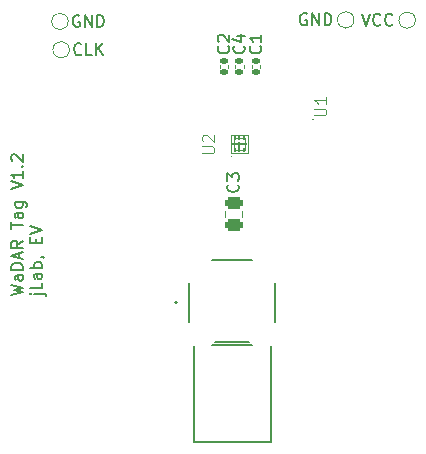
<source format=gto>
G04 #@! TF.GenerationSoftware,KiCad,Pcbnew,8.0.7-8.0.7-0~ubuntu22.04.1*
G04 #@! TF.CreationDate,2025-02-07T12:30:34-08:00*
G04 #@! TF.ProjectId,WaDAR_Tag_V1_2,57614441-525f-4546-9167-5f56315f322e,rev?*
G04 #@! TF.SameCoordinates,Original*
G04 #@! TF.FileFunction,Legend,Top*
G04 #@! TF.FilePolarity,Positive*
%FSLAX46Y46*%
G04 Gerber Fmt 4.6, Leading zero omitted, Abs format (unit mm)*
G04 Created by KiCad (PCBNEW 8.0.7-8.0.7-0~ubuntu22.04.1) date 2025-02-07 12:30:34*
%MOMM*%
%LPD*%
G01*
G04 APERTURE LIST*
G04 Aperture macros list*
%AMRoundRect*
0 Rectangle with rounded corners*
0 $1 Rounding radius*
0 $2 $3 $4 $5 $6 $7 $8 $9 X,Y pos of 4 corners*
0 Add a 4 corners polygon primitive as box body*
4,1,4,$2,$3,$4,$5,$6,$7,$8,$9,$2,$3,0*
0 Add four circle primitives for the rounded corners*
1,1,$1+$1,$2,$3*
1,1,$1+$1,$4,$5*
1,1,$1+$1,$6,$7*
1,1,$1+$1,$8,$9*
0 Add four rect primitives between the rounded corners*
20,1,$1+$1,$2,$3,$4,$5,0*
20,1,$1+$1,$4,$5,$6,$7,0*
20,1,$1+$1,$6,$7,$8,$9,0*
20,1,$1+$1,$8,$9,$2,$3,0*%
G04 Aperture macros list end*
%ADD10C,0.150000*%
%ADD11C,0.100000*%
%ADD12C,0.120000*%
%ADD13C,0.152400*%
%ADD14C,1.000000*%
%ADD15RoundRect,0.140000X0.170000X-0.140000X0.170000X0.140000X-0.170000X0.140000X-0.170000X-0.140000X0*%
%ADD16C,2.108200*%
%ADD17RoundRect,0.250000X-0.475000X0.250000X-0.475000X-0.250000X0.475000X-0.250000X0.475000X0.250000X0*%
%ADD18RoundRect,0.037500X0.037500X-0.127500X0.037500X0.127500X-0.037500X0.127500X-0.037500X-0.127500X0*%
%ADD19RoundRect,0.037500X0.037500X-0.245000X0.037500X0.245000X-0.037500X0.245000X-0.037500X-0.245000X0*%
%ADD20RoundRect,0.037500X0.245000X0.037500X-0.245000X0.037500X-0.245000X-0.037500X0.245000X-0.037500X0*%
%ADD21RoundRect,0.100000X0.100000X-0.100000X0.100000X0.100000X-0.100000X0.100000X-0.100000X-0.100000X0*%
%ADD22C,0.350000*%
G04 APERTURE END LIST*
D10*
X170250000Y-55700000D02*
G75*
G02*
X170200000Y-55700000I-25000J0D01*
G01*
X170200000Y-55700000D02*
G75*
G02*
X170250000Y-55700000I25000J0D01*
G01*
X144659875Y-70558458D02*
X145659875Y-70320363D01*
X145659875Y-70320363D02*
X144945589Y-70129887D01*
X144945589Y-70129887D02*
X145659875Y-69939411D01*
X145659875Y-69939411D02*
X144659875Y-69701316D01*
X145659875Y-68891792D02*
X145136065Y-68891792D01*
X145136065Y-68891792D02*
X145040827Y-68939411D01*
X145040827Y-68939411D02*
X144993208Y-69034649D01*
X144993208Y-69034649D02*
X144993208Y-69225125D01*
X144993208Y-69225125D02*
X145040827Y-69320363D01*
X145612256Y-68891792D02*
X145659875Y-68987030D01*
X145659875Y-68987030D02*
X145659875Y-69225125D01*
X145659875Y-69225125D02*
X145612256Y-69320363D01*
X145612256Y-69320363D02*
X145517017Y-69367982D01*
X145517017Y-69367982D02*
X145421779Y-69367982D01*
X145421779Y-69367982D02*
X145326541Y-69320363D01*
X145326541Y-69320363D02*
X145278922Y-69225125D01*
X145278922Y-69225125D02*
X145278922Y-68987030D01*
X145278922Y-68987030D02*
X145231303Y-68891792D01*
X145659875Y-68415601D02*
X144659875Y-68415601D01*
X144659875Y-68415601D02*
X144659875Y-68177506D01*
X144659875Y-68177506D02*
X144707494Y-68034649D01*
X144707494Y-68034649D02*
X144802732Y-67939411D01*
X144802732Y-67939411D02*
X144897970Y-67891792D01*
X144897970Y-67891792D02*
X145088446Y-67844173D01*
X145088446Y-67844173D02*
X145231303Y-67844173D01*
X145231303Y-67844173D02*
X145421779Y-67891792D01*
X145421779Y-67891792D02*
X145517017Y-67939411D01*
X145517017Y-67939411D02*
X145612256Y-68034649D01*
X145612256Y-68034649D02*
X145659875Y-68177506D01*
X145659875Y-68177506D02*
X145659875Y-68415601D01*
X145374160Y-67463220D02*
X145374160Y-66987030D01*
X145659875Y-67558458D02*
X144659875Y-67225125D01*
X144659875Y-67225125D02*
X145659875Y-66891792D01*
X145659875Y-65987030D02*
X145183684Y-66320363D01*
X145659875Y-66558458D02*
X144659875Y-66558458D01*
X144659875Y-66558458D02*
X144659875Y-66177506D01*
X144659875Y-66177506D02*
X144707494Y-66082268D01*
X144707494Y-66082268D02*
X144755113Y-66034649D01*
X144755113Y-66034649D02*
X144850351Y-65987030D01*
X144850351Y-65987030D02*
X144993208Y-65987030D01*
X144993208Y-65987030D02*
X145088446Y-66034649D01*
X145088446Y-66034649D02*
X145136065Y-66082268D01*
X145136065Y-66082268D02*
X145183684Y-66177506D01*
X145183684Y-66177506D02*
X145183684Y-66558458D01*
X144659875Y-64939410D02*
X144659875Y-64367982D01*
X145659875Y-64653696D02*
X144659875Y-64653696D01*
X145659875Y-63606077D02*
X145136065Y-63606077D01*
X145136065Y-63606077D02*
X145040827Y-63653696D01*
X145040827Y-63653696D02*
X144993208Y-63748934D01*
X144993208Y-63748934D02*
X144993208Y-63939410D01*
X144993208Y-63939410D02*
X145040827Y-64034648D01*
X145612256Y-63606077D02*
X145659875Y-63701315D01*
X145659875Y-63701315D02*
X145659875Y-63939410D01*
X145659875Y-63939410D02*
X145612256Y-64034648D01*
X145612256Y-64034648D02*
X145517017Y-64082267D01*
X145517017Y-64082267D02*
X145421779Y-64082267D01*
X145421779Y-64082267D02*
X145326541Y-64034648D01*
X145326541Y-64034648D02*
X145278922Y-63939410D01*
X145278922Y-63939410D02*
X145278922Y-63701315D01*
X145278922Y-63701315D02*
X145231303Y-63606077D01*
X144993208Y-62701315D02*
X145802732Y-62701315D01*
X145802732Y-62701315D02*
X145897970Y-62748934D01*
X145897970Y-62748934D02*
X145945589Y-62796553D01*
X145945589Y-62796553D02*
X145993208Y-62891791D01*
X145993208Y-62891791D02*
X145993208Y-63034648D01*
X145993208Y-63034648D02*
X145945589Y-63129886D01*
X145612256Y-62701315D02*
X145659875Y-62796553D01*
X145659875Y-62796553D02*
X145659875Y-62987029D01*
X145659875Y-62987029D02*
X145612256Y-63082267D01*
X145612256Y-63082267D02*
X145564636Y-63129886D01*
X145564636Y-63129886D02*
X145469398Y-63177505D01*
X145469398Y-63177505D02*
X145183684Y-63177505D01*
X145183684Y-63177505D02*
X145088446Y-63129886D01*
X145088446Y-63129886D02*
X145040827Y-63082267D01*
X145040827Y-63082267D02*
X144993208Y-62987029D01*
X144993208Y-62987029D02*
X144993208Y-62796553D01*
X144993208Y-62796553D02*
X145040827Y-62701315D01*
X144659875Y-61606076D02*
X145659875Y-61272743D01*
X145659875Y-61272743D02*
X144659875Y-60939410D01*
X145659875Y-60082267D02*
X145659875Y-60653695D01*
X145659875Y-60367981D02*
X144659875Y-60367981D01*
X144659875Y-60367981D02*
X144802732Y-60463219D01*
X144802732Y-60463219D02*
X144897970Y-60558457D01*
X144897970Y-60558457D02*
X144945589Y-60653695D01*
X145564636Y-59653695D02*
X145612256Y-59606076D01*
X145612256Y-59606076D02*
X145659875Y-59653695D01*
X145659875Y-59653695D02*
X145612256Y-59701314D01*
X145612256Y-59701314D02*
X145564636Y-59653695D01*
X145564636Y-59653695D02*
X145659875Y-59653695D01*
X144755113Y-59225124D02*
X144707494Y-59177505D01*
X144707494Y-59177505D02*
X144659875Y-59082267D01*
X144659875Y-59082267D02*
X144659875Y-58844172D01*
X144659875Y-58844172D02*
X144707494Y-58748934D01*
X144707494Y-58748934D02*
X144755113Y-58701315D01*
X144755113Y-58701315D02*
X144850351Y-58653696D01*
X144850351Y-58653696D02*
X144945589Y-58653696D01*
X144945589Y-58653696D02*
X145088446Y-58701315D01*
X145088446Y-58701315D02*
X145659875Y-59272743D01*
X145659875Y-59272743D02*
X145659875Y-58653696D01*
X146603152Y-70463220D02*
X147460295Y-70463220D01*
X147460295Y-70463220D02*
X147555533Y-70510839D01*
X147555533Y-70510839D02*
X147603152Y-70606077D01*
X147603152Y-70606077D02*
X147603152Y-70653696D01*
X146269819Y-70463220D02*
X146317438Y-70510839D01*
X146317438Y-70510839D02*
X146365057Y-70463220D01*
X146365057Y-70463220D02*
X146317438Y-70415601D01*
X146317438Y-70415601D02*
X146269819Y-70463220D01*
X146269819Y-70463220D02*
X146365057Y-70463220D01*
X147269819Y-69510840D02*
X147269819Y-69987030D01*
X147269819Y-69987030D02*
X146269819Y-69987030D01*
X147269819Y-68748935D02*
X146746009Y-68748935D01*
X146746009Y-68748935D02*
X146650771Y-68796554D01*
X146650771Y-68796554D02*
X146603152Y-68891792D01*
X146603152Y-68891792D02*
X146603152Y-69082268D01*
X146603152Y-69082268D02*
X146650771Y-69177506D01*
X147222200Y-68748935D02*
X147269819Y-68844173D01*
X147269819Y-68844173D02*
X147269819Y-69082268D01*
X147269819Y-69082268D02*
X147222200Y-69177506D01*
X147222200Y-69177506D02*
X147126961Y-69225125D01*
X147126961Y-69225125D02*
X147031723Y-69225125D01*
X147031723Y-69225125D02*
X146936485Y-69177506D01*
X146936485Y-69177506D02*
X146888866Y-69082268D01*
X146888866Y-69082268D02*
X146888866Y-68844173D01*
X146888866Y-68844173D02*
X146841247Y-68748935D01*
X147269819Y-68272744D02*
X146269819Y-68272744D01*
X146650771Y-68272744D02*
X146603152Y-68177506D01*
X146603152Y-68177506D02*
X146603152Y-67987030D01*
X146603152Y-67987030D02*
X146650771Y-67891792D01*
X146650771Y-67891792D02*
X146698390Y-67844173D01*
X146698390Y-67844173D02*
X146793628Y-67796554D01*
X146793628Y-67796554D02*
X147079342Y-67796554D01*
X147079342Y-67796554D02*
X147174580Y-67844173D01*
X147174580Y-67844173D02*
X147222200Y-67891792D01*
X147222200Y-67891792D02*
X147269819Y-67987030D01*
X147269819Y-67987030D02*
X147269819Y-68177506D01*
X147269819Y-68177506D02*
X147222200Y-68272744D01*
X147222200Y-67320363D02*
X147269819Y-67320363D01*
X147269819Y-67320363D02*
X147365057Y-67367982D01*
X147365057Y-67367982D02*
X147412676Y-67415601D01*
X146746009Y-66129887D02*
X146746009Y-65796554D01*
X147269819Y-65653697D02*
X147269819Y-66129887D01*
X147269819Y-66129887D02*
X146269819Y-66129887D01*
X146269819Y-66129887D02*
X146269819Y-65653697D01*
X146269819Y-65367982D02*
X147269819Y-65034649D01*
X147269819Y-65034649D02*
X146269819Y-64701316D01*
X169688095Y-46777438D02*
X169592857Y-46729819D01*
X169592857Y-46729819D02*
X169450000Y-46729819D01*
X169450000Y-46729819D02*
X169307143Y-46777438D01*
X169307143Y-46777438D02*
X169211905Y-46872676D01*
X169211905Y-46872676D02*
X169164286Y-46967914D01*
X169164286Y-46967914D02*
X169116667Y-47158390D01*
X169116667Y-47158390D02*
X169116667Y-47301247D01*
X169116667Y-47301247D02*
X169164286Y-47491723D01*
X169164286Y-47491723D02*
X169211905Y-47586961D01*
X169211905Y-47586961D02*
X169307143Y-47682200D01*
X169307143Y-47682200D02*
X169450000Y-47729819D01*
X169450000Y-47729819D02*
X169545238Y-47729819D01*
X169545238Y-47729819D02*
X169688095Y-47682200D01*
X169688095Y-47682200D02*
X169735714Y-47634580D01*
X169735714Y-47634580D02*
X169735714Y-47301247D01*
X169735714Y-47301247D02*
X169545238Y-47301247D01*
X170164286Y-47729819D02*
X170164286Y-46729819D01*
X170164286Y-46729819D02*
X170735714Y-47729819D01*
X170735714Y-47729819D02*
X170735714Y-46729819D01*
X171211905Y-47729819D02*
X171211905Y-46729819D01*
X171211905Y-46729819D02*
X171450000Y-46729819D01*
X171450000Y-46729819D02*
X171592857Y-46777438D01*
X171592857Y-46777438D02*
X171688095Y-46872676D01*
X171688095Y-46872676D02*
X171735714Y-46967914D01*
X171735714Y-46967914D02*
X171783333Y-47158390D01*
X171783333Y-47158390D02*
X171783333Y-47301247D01*
X171783333Y-47301247D02*
X171735714Y-47491723D01*
X171735714Y-47491723D02*
X171688095Y-47586961D01*
X171688095Y-47586961D02*
X171592857Y-47682200D01*
X171592857Y-47682200D02*
X171450000Y-47729819D01*
X171450000Y-47729819D02*
X171211905Y-47729819D01*
X165759580Y-49486666D02*
X165807200Y-49534285D01*
X165807200Y-49534285D02*
X165854819Y-49677142D01*
X165854819Y-49677142D02*
X165854819Y-49772380D01*
X165854819Y-49772380D02*
X165807200Y-49915237D01*
X165807200Y-49915237D02*
X165711961Y-50010475D01*
X165711961Y-50010475D02*
X165616723Y-50058094D01*
X165616723Y-50058094D02*
X165426247Y-50105713D01*
X165426247Y-50105713D02*
X165283390Y-50105713D01*
X165283390Y-50105713D02*
X165092914Y-50058094D01*
X165092914Y-50058094D02*
X164997676Y-50010475D01*
X164997676Y-50010475D02*
X164902438Y-49915237D01*
X164902438Y-49915237D02*
X164854819Y-49772380D01*
X164854819Y-49772380D02*
X164854819Y-49677142D01*
X164854819Y-49677142D02*
X164902438Y-49534285D01*
X164902438Y-49534285D02*
X164950057Y-49486666D01*
X165854819Y-48534285D02*
X165854819Y-49105713D01*
X165854819Y-48819999D02*
X164854819Y-48819999D01*
X164854819Y-48819999D02*
X164997676Y-48915237D01*
X164997676Y-48915237D02*
X165092914Y-49010475D01*
X165092914Y-49010475D02*
X165140533Y-49105713D01*
X163059580Y-49486666D02*
X163107200Y-49534285D01*
X163107200Y-49534285D02*
X163154819Y-49677142D01*
X163154819Y-49677142D02*
X163154819Y-49772380D01*
X163154819Y-49772380D02*
X163107200Y-49915237D01*
X163107200Y-49915237D02*
X163011961Y-50010475D01*
X163011961Y-50010475D02*
X162916723Y-50058094D01*
X162916723Y-50058094D02*
X162726247Y-50105713D01*
X162726247Y-50105713D02*
X162583390Y-50105713D01*
X162583390Y-50105713D02*
X162392914Y-50058094D01*
X162392914Y-50058094D02*
X162297676Y-50010475D01*
X162297676Y-50010475D02*
X162202438Y-49915237D01*
X162202438Y-49915237D02*
X162154819Y-49772380D01*
X162154819Y-49772380D02*
X162154819Y-49677142D01*
X162154819Y-49677142D02*
X162202438Y-49534285D01*
X162202438Y-49534285D02*
X162250057Y-49486666D01*
X162250057Y-49105713D02*
X162202438Y-49058094D01*
X162202438Y-49058094D02*
X162154819Y-48962856D01*
X162154819Y-48962856D02*
X162154819Y-48724761D01*
X162154819Y-48724761D02*
X162202438Y-48629523D01*
X162202438Y-48629523D02*
X162250057Y-48581904D01*
X162250057Y-48581904D02*
X162345295Y-48534285D01*
X162345295Y-48534285D02*
X162440533Y-48534285D01*
X162440533Y-48534285D02*
X162583390Y-48581904D01*
X162583390Y-48581904D02*
X163154819Y-49153332D01*
X163154819Y-49153332D02*
X163154819Y-48534285D01*
X163733333Y-71745180D02*
X163733333Y-71030895D01*
X163733333Y-71030895D02*
X163780952Y-70888038D01*
X163780952Y-70888038D02*
X163876190Y-70792800D01*
X163876190Y-70792800D02*
X164019047Y-70745180D01*
X164019047Y-70745180D02*
X164114285Y-70745180D01*
X162733333Y-70745180D02*
X163304761Y-70745180D01*
X163019047Y-70745180D02*
X163019047Y-71745180D01*
X163019047Y-71745180D02*
X163114285Y-71602323D01*
X163114285Y-71602323D02*
X163209523Y-71507085D01*
X163209523Y-71507085D02*
X163304761Y-71459466D01*
X163859580Y-61216666D02*
X163907200Y-61264285D01*
X163907200Y-61264285D02*
X163954819Y-61407142D01*
X163954819Y-61407142D02*
X163954819Y-61502380D01*
X163954819Y-61502380D02*
X163907200Y-61645237D01*
X163907200Y-61645237D02*
X163811961Y-61740475D01*
X163811961Y-61740475D02*
X163716723Y-61788094D01*
X163716723Y-61788094D02*
X163526247Y-61835713D01*
X163526247Y-61835713D02*
X163383390Y-61835713D01*
X163383390Y-61835713D02*
X163192914Y-61788094D01*
X163192914Y-61788094D02*
X163097676Y-61740475D01*
X163097676Y-61740475D02*
X163002438Y-61645237D01*
X163002438Y-61645237D02*
X162954819Y-61502380D01*
X162954819Y-61502380D02*
X162954819Y-61407142D01*
X162954819Y-61407142D02*
X163002438Y-61264285D01*
X163002438Y-61264285D02*
X163050057Y-61216666D01*
X162954819Y-60883332D02*
X162954819Y-60264285D01*
X162954819Y-60264285D02*
X163335771Y-60597618D01*
X163335771Y-60597618D02*
X163335771Y-60454761D01*
X163335771Y-60454761D02*
X163383390Y-60359523D01*
X163383390Y-60359523D02*
X163431009Y-60311904D01*
X163431009Y-60311904D02*
X163526247Y-60264285D01*
X163526247Y-60264285D02*
X163764342Y-60264285D01*
X163764342Y-60264285D02*
X163859580Y-60311904D01*
X163859580Y-60311904D02*
X163907200Y-60359523D01*
X163907200Y-60359523D02*
X163954819Y-60454761D01*
X163954819Y-60454761D02*
X163954819Y-60740475D01*
X163954819Y-60740475D02*
X163907200Y-60835713D01*
X163907200Y-60835713D02*
X163859580Y-60883332D01*
D11*
X160857419Y-58561904D02*
X161666942Y-58561904D01*
X161666942Y-58561904D02*
X161762180Y-58514285D01*
X161762180Y-58514285D02*
X161809800Y-58466666D01*
X161809800Y-58466666D02*
X161857419Y-58371428D01*
X161857419Y-58371428D02*
X161857419Y-58180952D01*
X161857419Y-58180952D02*
X161809800Y-58085714D01*
X161809800Y-58085714D02*
X161762180Y-58038095D01*
X161762180Y-58038095D02*
X161666942Y-57990476D01*
X161666942Y-57990476D02*
X160857419Y-57990476D01*
X160952657Y-57561904D02*
X160905038Y-57514285D01*
X160905038Y-57514285D02*
X160857419Y-57419047D01*
X160857419Y-57419047D02*
X160857419Y-57180952D01*
X160857419Y-57180952D02*
X160905038Y-57085714D01*
X160905038Y-57085714D02*
X160952657Y-57038095D01*
X160952657Y-57038095D02*
X161047895Y-56990476D01*
X161047895Y-56990476D02*
X161143133Y-56990476D01*
X161143133Y-56990476D02*
X161285990Y-57038095D01*
X161285990Y-57038095D02*
X161857419Y-57609523D01*
X161857419Y-57609523D02*
X161857419Y-56990476D01*
X170352419Y-55361904D02*
X171161942Y-55361904D01*
X171161942Y-55361904D02*
X171257180Y-55314285D01*
X171257180Y-55314285D02*
X171304800Y-55266666D01*
X171304800Y-55266666D02*
X171352419Y-55171428D01*
X171352419Y-55171428D02*
X171352419Y-54980952D01*
X171352419Y-54980952D02*
X171304800Y-54885714D01*
X171304800Y-54885714D02*
X171257180Y-54838095D01*
X171257180Y-54838095D02*
X171161942Y-54790476D01*
X171161942Y-54790476D02*
X170352419Y-54790476D01*
X171352419Y-53790476D02*
X171352419Y-54361904D01*
X171352419Y-54076190D02*
X170352419Y-54076190D01*
X170352419Y-54076190D02*
X170495276Y-54171428D01*
X170495276Y-54171428D02*
X170590514Y-54266666D01*
X170590514Y-54266666D02*
X170638133Y-54361904D01*
D10*
X164359580Y-49486666D02*
X164407200Y-49534285D01*
X164407200Y-49534285D02*
X164454819Y-49677142D01*
X164454819Y-49677142D02*
X164454819Y-49772380D01*
X164454819Y-49772380D02*
X164407200Y-49915237D01*
X164407200Y-49915237D02*
X164311961Y-50010475D01*
X164311961Y-50010475D02*
X164216723Y-50058094D01*
X164216723Y-50058094D02*
X164026247Y-50105713D01*
X164026247Y-50105713D02*
X163883390Y-50105713D01*
X163883390Y-50105713D02*
X163692914Y-50058094D01*
X163692914Y-50058094D02*
X163597676Y-50010475D01*
X163597676Y-50010475D02*
X163502438Y-49915237D01*
X163502438Y-49915237D02*
X163454819Y-49772380D01*
X163454819Y-49772380D02*
X163454819Y-49677142D01*
X163454819Y-49677142D02*
X163502438Y-49534285D01*
X163502438Y-49534285D02*
X163550057Y-49486666D01*
X163788152Y-48629523D02*
X164454819Y-48629523D01*
X163407200Y-48867618D02*
X164121485Y-49105713D01*
X164121485Y-49105713D02*
X164121485Y-48486666D01*
X150604761Y-50159580D02*
X150557142Y-50207200D01*
X150557142Y-50207200D02*
X150414285Y-50254819D01*
X150414285Y-50254819D02*
X150319047Y-50254819D01*
X150319047Y-50254819D02*
X150176190Y-50207200D01*
X150176190Y-50207200D02*
X150080952Y-50111961D01*
X150080952Y-50111961D02*
X150033333Y-50016723D01*
X150033333Y-50016723D02*
X149985714Y-49826247D01*
X149985714Y-49826247D02*
X149985714Y-49683390D01*
X149985714Y-49683390D02*
X150033333Y-49492914D01*
X150033333Y-49492914D02*
X150080952Y-49397676D01*
X150080952Y-49397676D02*
X150176190Y-49302438D01*
X150176190Y-49302438D02*
X150319047Y-49254819D01*
X150319047Y-49254819D02*
X150414285Y-49254819D01*
X150414285Y-49254819D02*
X150557142Y-49302438D01*
X150557142Y-49302438D02*
X150604761Y-49350057D01*
X151509523Y-50254819D02*
X151033333Y-50254819D01*
X151033333Y-50254819D02*
X151033333Y-49254819D01*
X151842857Y-50254819D02*
X151842857Y-49254819D01*
X152414285Y-50254819D02*
X151985714Y-49683390D01*
X152414285Y-49254819D02*
X151842857Y-49826247D01*
X174366667Y-46754819D02*
X174700000Y-47754819D01*
X174700000Y-47754819D02*
X175033333Y-46754819D01*
X175938095Y-47659580D02*
X175890476Y-47707200D01*
X175890476Y-47707200D02*
X175747619Y-47754819D01*
X175747619Y-47754819D02*
X175652381Y-47754819D01*
X175652381Y-47754819D02*
X175509524Y-47707200D01*
X175509524Y-47707200D02*
X175414286Y-47611961D01*
X175414286Y-47611961D02*
X175366667Y-47516723D01*
X175366667Y-47516723D02*
X175319048Y-47326247D01*
X175319048Y-47326247D02*
X175319048Y-47183390D01*
X175319048Y-47183390D02*
X175366667Y-46992914D01*
X175366667Y-46992914D02*
X175414286Y-46897676D01*
X175414286Y-46897676D02*
X175509524Y-46802438D01*
X175509524Y-46802438D02*
X175652381Y-46754819D01*
X175652381Y-46754819D02*
X175747619Y-46754819D01*
X175747619Y-46754819D02*
X175890476Y-46802438D01*
X175890476Y-46802438D02*
X175938095Y-46850057D01*
X176938095Y-47659580D02*
X176890476Y-47707200D01*
X176890476Y-47707200D02*
X176747619Y-47754819D01*
X176747619Y-47754819D02*
X176652381Y-47754819D01*
X176652381Y-47754819D02*
X176509524Y-47707200D01*
X176509524Y-47707200D02*
X176414286Y-47611961D01*
X176414286Y-47611961D02*
X176366667Y-47516723D01*
X176366667Y-47516723D02*
X176319048Y-47326247D01*
X176319048Y-47326247D02*
X176319048Y-47183390D01*
X176319048Y-47183390D02*
X176366667Y-46992914D01*
X176366667Y-46992914D02*
X176414286Y-46897676D01*
X176414286Y-46897676D02*
X176509524Y-46802438D01*
X176509524Y-46802438D02*
X176652381Y-46754819D01*
X176652381Y-46754819D02*
X176747619Y-46754819D01*
X176747619Y-46754819D02*
X176890476Y-46802438D01*
X176890476Y-46802438D02*
X176938095Y-46850057D01*
X150438095Y-46902438D02*
X150342857Y-46854819D01*
X150342857Y-46854819D02*
X150200000Y-46854819D01*
X150200000Y-46854819D02*
X150057143Y-46902438D01*
X150057143Y-46902438D02*
X149961905Y-46997676D01*
X149961905Y-46997676D02*
X149914286Y-47092914D01*
X149914286Y-47092914D02*
X149866667Y-47283390D01*
X149866667Y-47283390D02*
X149866667Y-47426247D01*
X149866667Y-47426247D02*
X149914286Y-47616723D01*
X149914286Y-47616723D02*
X149961905Y-47711961D01*
X149961905Y-47711961D02*
X150057143Y-47807200D01*
X150057143Y-47807200D02*
X150200000Y-47854819D01*
X150200000Y-47854819D02*
X150295238Y-47854819D01*
X150295238Y-47854819D02*
X150438095Y-47807200D01*
X150438095Y-47807200D02*
X150485714Y-47759580D01*
X150485714Y-47759580D02*
X150485714Y-47426247D01*
X150485714Y-47426247D02*
X150295238Y-47426247D01*
X150914286Y-47854819D02*
X150914286Y-46854819D01*
X150914286Y-46854819D02*
X151485714Y-47854819D01*
X151485714Y-47854819D02*
X151485714Y-46854819D01*
X151961905Y-47854819D02*
X151961905Y-46854819D01*
X151961905Y-46854819D02*
X152200000Y-46854819D01*
X152200000Y-46854819D02*
X152342857Y-46902438D01*
X152342857Y-46902438D02*
X152438095Y-46997676D01*
X152438095Y-46997676D02*
X152485714Y-47092914D01*
X152485714Y-47092914D02*
X152533333Y-47283390D01*
X152533333Y-47283390D02*
X152533333Y-47426247D01*
X152533333Y-47426247D02*
X152485714Y-47616723D01*
X152485714Y-47616723D02*
X152438095Y-47711961D01*
X152438095Y-47711961D02*
X152342857Y-47807200D01*
X152342857Y-47807200D02*
X152200000Y-47854819D01*
X152200000Y-47854819D02*
X151961905Y-47854819D01*
D12*
X173700000Y-47275000D02*
G75*
G02*
X172300000Y-47275000I-700000J0D01*
G01*
X172300000Y-47275000D02*
G75*
G02*
X173700000Y-47275000I700000J0D01*
G01*
X165760000Y-51327836D02*
X165760000Y-51112164D01*
X165040000Y-51327836D02*
X165040000Y-51112164D01*
X163060000Y-51327836D02*
X163060000Y-51112164D01*
X162340000Y-51327836D02*
X162340000Y-51112164D01*
D13*
X158701000Y-71200000D02*
G75*
G02*
X158548600Y-71200000I-76200J0D01*
G01*
X158548600Y-71200000D02*
G75*
G02*
X158701000Y-71200000I76200J0D01*
G01*
X167032200Y-72885351D02*
X167032200Y-69514649D01*
X166689300Y-83036400D02*
X166689300Y-74906994D01*
X165085351Y-67567800D02*
X161714649Y-67567800D01*
X164835126Y-74578200D02*
X161964874Y-74578200D01*
X161714649Y-74832200D02*
X165085351Y-74832200D01*
X160110700Y-83036400D02*
X166689300Y-83036400D01*
X160110700Y-74906994D02*
X160110700Y-83036400D01*
X159767800Y-69514649D02*
X159767800Y-72885351D01*
D12*
X164235000Y-63438748D02*
X164235000Y-63961252D01*
X162765000Y-63438748D02*
X162765000Y-63961252D01*
D11*
X163250000Y-58550000D02*
X164750000Y-58550000D01*
X164750000Y-57050000D01*
X163250000Y-57050000D01*
X163250000Y-58550000D01*
X163500000Y-58300000D02*
X164500000Y-58300000D01*
X164500000Y-57300000D01*
X163500000Y-57300000D01*
X163500000Y-58300000D01*
X163250001Y-58800000D02*
X163250001Y-58800000D01*
X163250001Y-58800000D01*
X163250001Y-58800000D01*
X163250001Y-58800000D01*
X163250001Y-58800000D01*
X163250001Y-58800001D01*
X163250001Y-58800001D01*
X163250001Y-58800001D01*
X163250001Y-58800001D01*
X163250001Y-58800001D01*
X163250001Y-58800001D01*
X163250001Y-58800001D01*
X163250000Y-58800001D01*
X163250000Y-58800001D01*
X163250000Y-58800001D01*
X163250000Y-58800001D01*
X163250000Y-58800001D01*
X163250000Y-58800001D01*
X163250000Y-58800001D01*
X163250000Y-58800001D01*
X163250000Y-58800001D01*
X163250000Y-58800001D01*
X163250000Y-58800001D01*
X163250000Y-58800001D01*
X163249999Y-58800001D01*
X163249999Y-58800001D01*
X163249999Y-58800001D01*
X163249999Y-58800001D01*
X163249999Y-58800001D01*
X163249999Y-58800001D01*
X163249999Y-58800000D01*
X163249999Y-58800000D01*
X163249999Y-58800000D01*
X163249999Y-58800000D01*
X163249999Y-58800000D01*
X163249999Y-58800000D01*
X163249999Y-58800000D02*
X163249999Y-58800000D01*
X163249999Y-58800000D01*
X163249999Y-58800000D01*
X163249999Y-58800000D01*
X163249999Y-58800000D01*
X163249999Y-58800000D01*
X163249999Y-58799999D01*
X163249999Y-58799999D01*
X163249999Y-58799999D01*
X163249999Y-58799999D01*
X163249999Y-58799999D01*
X163250000Y-58799999D01*
X163250000Y-58799999D01*
X163250000Y-58799999D01*
X163250000Y-58799999D01*
X163250000Y-58799999D01*
X163250000Y-58799999D01*
X163250000Y-58799999D01*
X163250000Y-58799999D01*
X163250000Y-58799999D01*
X163250000Y-58799999D01*
X163250000Y-58799999D01*
X163250000Y-58799999D01*
X163250001Y-58799999D01*
X163250001Y-58799999D01*
X163250001Y-58799999D01*
X163250001Y-58799999D01*
X163250001Y-58799999D01*
X163250001Y-58799999D01*
X163250001Y-58800000D01*
X163250001Y-58800000D01*
X163250001Y-58800000D01*
X163250001Y-58800000D01*
X163250001Y-58800000D01*
X163250001Y-58800000D01*
X163250001Y-58800000D01*
D12*
X164360000Y-51307836D02*
X164360000Y-51092164D01*
X163640000Y-51307836D02*
X163640000Y-51092164D01*
X149600000Y-49800000D02*
G75*
G02*
X148200000Y-49800000I-700000J0D01*
G01*
X148200000Y-49800000D02*
G75*
G02*
X149600000Y-49800000I700000J0D01*
G01*
X178900000Y-47300000D02*
G75*
G02*
X177500000Y-47300000I-700000J0D01*
G01*
X177500000Y-47300000D02*
G75*
G02*
X178900000Y-47300000I700000J0D01*
G01*
X149500000Y-47400000D02*
G75*
G02*
X148100000Y-47400000I-700000J0D01*
G01*
X148100000Y-47400000D02*
G75*
G02*
X149500000Y-47400000I700000J0D01*
G01*
%LPC*%
D14*
X173000000Y-47275000D03*
D15*
X165400000Y-50740000D03*
X165400000Y-51700000D03*
X162700000Y-50740000D03*
X162700000Y-51700000D03*
D16*
X160860000Y-73740000D03*
X160860000Y-68660000D03*
X165940000Y-68660000D03*
X165940000Y-73740000D03*
X163400000Y-71200000D03*
D17*
X163500000Y-64650000D03*
X163500000Y-62750000D03*
D18*
X163650000Y-58300000D03*
D19*
X164000000Y-58182500D03*
D20*
X163650000Y-57800000D03*
D21*
X164000000Y-57800000D03*
D20*
X164350000Y-57800000D03*
D18*
X164350000Y-58300000D03*
X164350000Y-57300000D03*
X164000000Y-57300000D03*
X163650000Y-57300000D03*
D22*
X170590000Y-56000000D03*
X170590000Y-57000000D03*
X171000000Y-57000000D03*
X171000000Y-56000000D03*
D15*
X164000000Y-50720000D03*
X164000000Y-51680000D03*
D14*
X148900000Y-49800000D03*
X178200000Y-47300000D03*
X148800000Y-47400000D03*
%LPD*%
M02*

</source>
